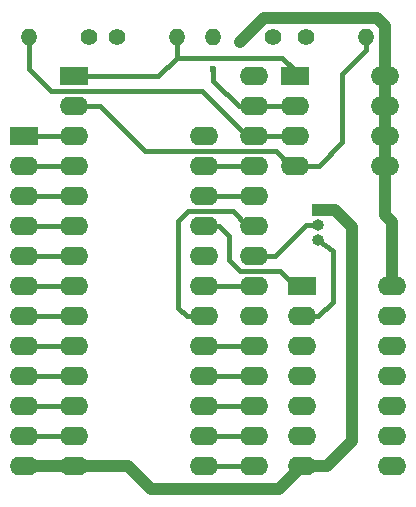
<source format=gbl>
G04 #@! TF.FileFunction,Copper,L2,Bot,Signal*
%FSLAX46Y46*%
G04 Gerber Fmt 4.6, Leading zero omitted, Abs format (unit mm)*
G04 Created by KiCad (PCBNEW 4.0.4-stable) date 06/24/17 18:47:56*
%MOMM*%
%LPD*%
G01*
G04 APERTURE LIST*
%ADD10C,0.100000*%
%ADD11C,1.400000*%
%ADD12O,1.400000X1.400000*%
%ADD13R,2.400000X1.600000*%
%ADD14O,2.400000X1.600000*%
%ADD15R,1.000000X1.000000*%
%ADD16O,1.000000X1.000000*%
%ADD17C,0.600000*%
%ADD18C,0.400000*%
%ADD19C,1.000000*%
%ADD20C,0.250000*%
G04 APERTURE END LIST*
D10*
D11*
X149750000Y-101650000D03*
D12*
X144670000Y-101650000D03*
D11*
X168150000Y-101650000D03*
D12*
X173230000Y-101650000D03*
D11*
X152100000Y-101650000D03*
D12*
X157180000Y-101650000D03*
D11*
X165350000Y-101650000D03*
D12*
X160270000Y-101650000D03*
D13*
X167200000Y-104950000D03*
D14*
X174820000Y-112570000D03*
X167200000Y-107490000D03*
X174820000Y-110030000D03*
X167200000Y-110030000D03*
X174820000Y-107490000D03*
X167200000Y-112570000D03*
X174820000Y-104950000D03*
D13*
X144250000Y-110100000D03*
D14*
X159490000Y-138040000D03*
X144250000Y-112640000D03*
X159490000Y-135500000D03*
X144250000Y-115180000D03*
X159490000Y-132960000D03*
X144250000Y-117720000D03*
X159490000Y-130420000D03*
X144250000Y-120260000D03*
X159490000Y-127880000D03*
X144250000Y-122800000D03*
X159490000Y-125340000D03*
X144250000Y-125340000D03*
X159490000Y-122800000D03*
X144250000Y-127880000D03*
X159490000Y-120260000D03*
X144250000Y-130420000D03*
X159490000Y-117720000D03*
X144250000Y-132960000D03*
X159490000Y-115180000D03*
X144250000Y-135500000D03*
X159490000Y-112640000D03*
X144250000Y-138040000D03*
X159490000Y-110100000D03*
D13*
X148501100Y-105003600D03*
D14*
X163741100Y-138023600D03*
X148501100Y-107543600D03*
X163741100Y-135483600D03*
X148501100Y-110083600D03*
X163741100Y-132943600D03*
X148501100Y-112623600D03*
X163741100Y-130403600D03*
X148501100Y-115163600D03*
X163741100Y-127863600D03*
X148501100Y-117703600D03*
X163741100Y-125323600D03*
X148501100Y-120243600D03*
X163741100Y-122783600D03*
X148501100Y-122783600D03*
X163741100Y-120243600D03*
X148501100Y-125323600D03*
X163741100Y-117703600D03*
X148501100Y-127863600D03*
X163741100Y-115163600D03*
X148501100Y-130403600D03*
X163741100Y-112623600D03*
X148501100Y-132943600D03*
X163741100Y-110083600D03*
X148501100Y-135483600D03*
X163741100Y-107543600D03*
X148501100Y-138023600D03*
X163741100Y-105003600D03*
D13*
X167750000Y-122800000D03*
D14*
X175370000Y-138040000D03*
X167750000Y-125340000D03*
X175370000Y-135500000D03*
X167750000Y-127880000D03*
X175370000Y-132960000D03*
X167750000Y-130420000D03*
X175370000Y-130420000D03*
X167750000Y-132960000D03*
X175370000Y-127880000D03*
X167750000Y-135500000D03*
X175370000Y-125340000D03*
X167750000Y-138040000D03*
X175370000Y-122800000D03*
D15*
X169164000Y-116332000D03*
D16*
X169164000Y-117602000D03*
X169164000Y-118872000D03*
D17*
X162560000Y-102108000D03*
X160274000Y-104394000D03*
D18*
X167750000Y-125340000D02*
X169173000Y-125340000D01*
X170434000Y-119761000D02*
X169164000Y-118872000D01*
X170434000Y-124079000D02*
X170434000Y-119761000D01*
X169173000Y-125340000D02*
X170434000Y-124079000D01*
D19*
X174820000Y-104950000D02*
X174820000Y-100779000D01*
X164592000Y-100076000D02*
X162560000Y-102108000D01*
X174117000Y-100076000D02*
X164592000Y-100076000D01*
X174820000Y-100779000D02*
X174117000Y-100076000D01*
X174820000Y-112570000D02*
X174820000Y-116781000D01*
X175370000Y-117331000D02*
X175370000Y-122800000D01*
X174820000Y-116781000D02*
X175370000Y-117331000D01*
X174820000Y-104950000D02*
X174820000Y-107490000D01*
X174820000Y-107490000D02*
X174820000Y-110030000D01*
X174820000Y-110030000D02*
X174820000Y-112570000D01*
D18*
X174820000Y-112570000D02*
X174800000Y-112590000D01*
X163741100Y-110083600D02*
X163133600Y-110083600D01*
X163133600Y-110083600D02*
X159300000Y-106250000D01*
X159300000Y-106250000D02*
X146500000Y-106250000D01*
X146500000Y-106250000D02*
X144670000Y-104420000D01*
X144670000Y-104420000D02*
X144670000Y-101650000D01*
X167200000Y-110030000D02*
X163794700Y-110030000D01*
X163794700Y-110030000D02*
X163741100Y-110083600D01*
X167200000Y-112570000D02*
X169230000Y-112570000D01*
X173230000Y-102820000D02*
X173230000Y-101650000D01*
X171200000Y-104850000D02*
X173230000Y-102820000D01*
X171200000Y-110600000D02*
X171200000Y-104850000D01*
X169230000Y-112570000D02*
X171200000Y-110600000D01*
X167200000Y-112570000D02*
X166770000Y-112570000D01*
X166770000Y-112570000D02*
X165550000Y-111350000D01*
X165550000Y-111350000D02*
X154500000Y-111350000D01*
X154500000Y-111350000D02*
X150693600Y-107543600D01*
X150693600Y-107543600D02*
X148501100Y-107543600D01*
X157180000Y-103420000D02*
X166120000Y-103420000D01*
X166120000Y-103420000D02*
X167200000Y-104500000D01*
X167200000Y-104500000D02*
X167200000Y-104950000D01*
X148501100Y-105003600D02*
X155596400Y-105003600D01*
X157180000Y-103420000D02*
X157180000Y-101650000D01*
X155596400Y-105003600D02*
X157180000Y-103420000D01*
X163741100Y-107543600D02*
X162407600Y-107543600D01*
X160274000Y-105410000D02*
X160274000Y-104394000D01*
X162407600Y-107543600D02*
X160274000Y-105410000D01*
X167200000Y-107490000D02*
X163794700Y-107490000D01*
X163794700Y-107490000D02*
X163741100Y-107543600D01*
D19*
X172000000Y-122650000D02*
X172000000Y-117771000D01*
X167750000Y-138040000D02*
X169860000Y-138040000D01*
X172000000Y-135900000D02*
X169860000Y-138040000D01*
X172000000Y-122650000D02*
X172000000Y-135900000D01*
X170561000Y-116332000D02*
X169164000Y-116332000D01*
X172000000Y-117771000D02*
X170561000Y-116332000D01*
X148501100Y-138023600D02*
X153073600Y-138023600D01*
X165840000Y-139950000D02*
X167750000Y-138040000D01*
X155000000Y-139950000D02*
X165840000Y-139950000D01*
X153073600Y-138023600D02*
X155000000Y-139950000D01*
X144250000Y-138040000D02*
X148484700Y-138040000D01*
D18*
X148484700Y-138040000D02*
X148501100Y-138023600D01*
X144250000Y-110100000D02*
X148484700Y-110100000D01*
D20*
X148484700Y-110100000D02*
X148501100Y-110083600D01*
D18*
X159490000Y-138040000D02*
X163724700Y-138040000D01*
X163724700Y-138040000D02*
X163741100Y-138023600D01*
X144250000Y-112640000D02*
X148484700Y-112640000D01*
X148484700Y-112640000D02*
X148501100Y-112623600D01*
X159490000Y-135500000D02*
X163724700Y-135500000D01*
X163724700Y-135500000D02*
X163741100Y-135483600D01*
X144250000Y-115180000D02*
X148484700Y-115180000D01*
X148484700Y-115180000D02*
X148501100Y-115163600D01*
X159490000Y-132960000D02*
X163724700Y-132960000D01*
X163724700Y-132960000D02*
X163741100Y-132943600D01*
X144250000Y-117720000D02*
X148484700Y-117720000D01*
X148484700Y-117720000D02*
X148501100Y-117703600D01*
X159490000Y-130420000D02*
X163724700Y-130420000D01*
X163724700Y-130420000D02*
X163741100Y-130403600D01*
X144250000Y-120260000D02*
X148484700Y-120260000D01*
X148484700Y-120260000D02*
X148501100Y-120243600D01*
X159490000Y-127880000D02*
X163724700Y-127880000D01*
X163724700Y-127880000D02*
X163741100Y-127863600D01*
X144250000Y-122800000D02*
X148484700Y-122800000D01*
X148484700Y-122800000D02*
X148501100Y-122783600D01*
X163741100Y-117703600D02*
X163153600Y-117703600D01*
X163153600Y-117703600D02*
X161900000Y-116450000D01*
X161900000Y-116450000D02*
X158150000Y-116450000D01*
X158150000Y-116450000D02*
X157300000Y-117300000D01*
X157300000Y-117300000D02*
X157300000Y-124600000D01*
X157300000Y-124600000D02*
X158040000Y-125340000D01*
X158040000Y-125340000D02*
X159490000Y-125340000D01*
X144250000Y-125340000D02*
X148484700Y-125340000D01*
X148484700Y-125340000D02*
X148501100Y-125323600D01*
X159490000Y-122800000D02*
X163724700Y-122800000D01*
X163724700Y-122800000D02*
X163741100Y-122783600D01*
X144250000Y-127880000D02*
X148484700Y-127880000D01*
X148484700Y-127880000D02*
X148501100Y-127863600D01*
X144250000Y-130420000D02*
X148484700Y-130420000D01*
X148484700Y-130420000D02*
X148501100Y-130403600D01*
X167750000Y-122800000D02*
X167200000Y-122800000D01*
X167200000Y-122800000D02*
X165900000Y-121500000D01*
X165900000Y-121500000D02*
X162550000Y-121500000D01*
X162550000Y-121500000D02*
X161600000Y-120550000D01*
X161600000Y-120550000D02*
X161600000Y-118550000D01*
X161600000Y-118550000D02*
X160770000Y-117720000D01*
X160770000Y-117720000D02*
X159490000Y-117720000D01*
X144250000Y-132960000D02*
X148484700Y-132960000D01*
X148484700Y-132960000D02*
X148501100Y-132943600D01*
X159490000Y-115180000D02*
X163724700Y-115180000D01*
X163724700Y-115180000D02*
X163741100Y-115163600D01*
X144250000Y-135500000D02*
X148484700Y-135500000D01*
X148484700Y-135500000D02*
X148501100Y-135483600D01*
X159490000Y-112640000D02*
X163724700Y-112640000D01*
X163724700Y-112640000D02*
X163741100Y-112623600D01*
X163741100Y-120243600D02*
X165506400Y-120243600D01*
X168148000Y-117602000D02*
X169164000Y-117602000D01*
X165506400Y-120243600D02*
X168148000Y-117602000D01*
M02*

</source>
